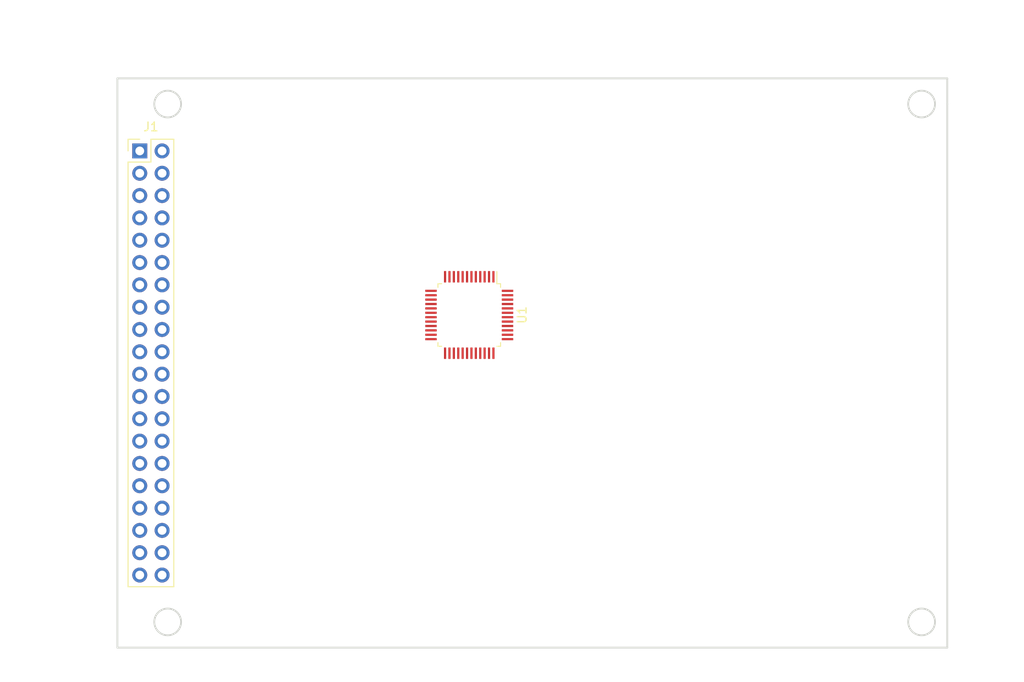
<source format=kicad_pcb>
(kicad_pcb (version 20171130) (host pcbnew 5.0.0)

  (general
    (thickness 1.6)
    (drawings 13)
    (tracks 0)
    (zones 0)
    (modules 2)
    (nets 75)
  )

  (page A4)
  (layers
    (0 F.Cu signal)
    (31 B.Cu signal)
    (32 B.Adhes user)
    (33 F.Adhes user)
    (34 B.Paste user)
    (35 F.Paste user)
    (36 B.SilkS user)
    (37 F.SilkS user)
    (38 B.Mask user)
    (39 F.Mask user)
    (40 Dwgs.User user)
    (41 Cmts.User user)
    (42 Eco1.User user)
    (43 Eco2.User user)
    (44 Edge.Cuts user)
    (45 Margin user)
    (46 B.CrtYd user)
    (47 F.CrtYd user)
    (48 B.Fab user)
    (49 F.Fab user)
  )

  (setup
    (last_trace_width 0.25)
    (trace_clearance 0.2)
    (zone_clearance 0.508)
    (zone_45_only no)
    (trace_min 0.2)
    (segment_width 0.2)
    (edge_width 0.2)
    (via_size 0.8)
    (via_drill 0.4)
    (via_min_size 0.4)
    (via_min_drill 0.3)
    (uvia_size 0.3)
    (uvia_drill 0.1)
    (uvias_allowed no)
    (uvia_min_size 0.2)
    (uvia_min_drill 0.1)
    (pcb_text_width 0.3)
    (pcb_text_size 1.5 1.5)
    (mod_edge_width 0.15)
    (mod_text_size 1 1)
    (mod_text_width 0.15)
    (pad_size 1.524 1.524)
    (pad_drill 0.762)
    (pad_to_mask_clearance 0.2)
    (aux_axis_origin 0 0)
    (visible_elements FFFFFF7F)
    (pcbplotparams
      (layerselection 0x010fc_ffffffff)
      (usegerberextensions false)
      (usegerberattributes false)
      (usegerberadvancedattributes false)
      (creategerberjobfile false)
      (excludeedgelayer true)
      (linewidth 0.100000)
      (plotframeref false)
      (viasonmask false)
      (mode 1)
      (useauxorigin false)
      (hpglpennumber 1)
      (hpglpenspeed 20)
      (hpglpendiameter 15.000000)
      (psnegative false)
      (psa4output false)
      (plotreference true)
      (plotvalue true)
      (plotinvisibletext false)
      (padsonsilk false)
      (subtractmaskfromsilk false)
      (outputformat 1)
      (mirror false)
      (drillshape 1)
      (scaleselection 1)
      (outputdirectory ""))
  )

  (net 0 "")
  (net 1 "Net-(U1-Pad1)")
  (net 2 "Net-(U1-Pad2)")
  (net 3 "Net-(U1-Pad3)")
  (net 4 "Net-(U1-Pad4)")
  (net 5 "Net-(U1-Pad5)")
  (net 6 "Net-(U1-Pad6)")
  (net 7 "Net-(U1-Pad7)")
  (net 8 "Net-(U1-Pad8)")
  (net 9 "Net-(U1-Pad9)")
  (net 10 /DB0)
  (net 11 /DB1)
  (net 12 /DB2)
  (net 13 /DB3)
  (net 14 /DB4)
  (net 15 /DB5)
  (net 16 /DB6)
  (net 17 /DB7)
  (net 18 "Net-(U1-Pad18)")
  (net 19 "Net-(U1-Pad19)")
  (net 20 "Net-(U1-Pad20)")
  (net 21 "Net-(U1-Pad21)")
  (net 22 "Net-(U1-Pad22)")
  (net 23 GNDD)
  (net 24 +3V3)
  (net 25 "Net-(U1-Pad25)")
  (net 26 "Net-(U1-Pad26)")
  (net 27 "Net-(U1-Pad27)")
  (net 28 "Net-(U1-Pad28)")
  (net 29 "Net-(U1-Pad29)")
  (net 30 "Net-(U1-Pad30)")
  (net 31 "Net-(U1-Pad31)")
  (net 32 "Net-(U1-Pad32)")
  (net 33 "Net-(U1-Pad33)")
  (net 34 "Net-(U1-Pad34)")
  (net 35 "Net-(U1-Pad37)")
  (net 36 "Net-(U1-Pad38)")
  (net 37 "Net-(U1-Pad39)")
  (net 38 "Net-(U1-Pad40)")
  (net 39 "Net-(U1-Pad41)")
  (net 40 "Net-(U1-Pad42)")
  (net 41 "Net-(U1-Pad43)")
  (net 42 "Net-(U1-Pad44)")
  (net 43 "Net-(U1-Pad45)")
  (net 44 "Net-(U1-Pad46)")
  (net 45 "Net-(J1-Pad3)")
  (net 46 /RS)
  (net 47 /WR)
  (net 48 /RD)
  (net 49 /DB8)
  (net 50 /DB9)
  (net 51 /DB10)
  (net 52 /DB11)
  (net 53 /DB12)
  (net 54 /DB13)
  (net 55 /DB14)
  (net 56 /DB15)
  (net 57 /CS)
  (net 58 /F_CS)
  (net 59 /REST)
  (net 60 "Net-(J1-Pad18)")
  (net 61 /LEDA)
  (net 62 "Net-(J1-Pad20)")
  (net 63 /T_CLK)
  (net 64 /T_CS)
  (net 65 /T_DIN)
  (net 66 "Net-(J1-Pad32)")
  (net 67 /T_DO)
  (net 68 /T_IRQ)
  (net 69 /SD_DO)
  (net 70 /SD_CLK)
  (net 71 /SD_DIN)
  (net 72 /SD_CS)
  (net 73 "Net-(J1-Pad39)")
  (net 74 "Net-(J1-Pad40)")

  (net_class Default "Это класс цепей по умолчанию."
    (clearance 0.2)
    (trace_width 0.25)
    (via_dia 0.8)
    (via_drill 0.4)
    (uvia_dia 0.3)
    (uvia_drill 0.1)
    (add_net +3V3)
    (add_net /CS)
    (add_net /DB0)
    (add_net /DB1)
    (add_net /DB10)
    (add_net /DB11)
    (add_net /DB12)
    (add_net /DB13)
    (add_net /DB14)
    (add_net /DB15)
    (add_net /DB2)
    (add_net /DB3)
    (add_net /DB4)
    (add_net /DB5)
    (add_net /DB6)
    (add_net /DB7)
    (add_net /DB8)
    (add_net /DB9)
    (add_net /F_CS)
    (add_net /LEDA)
    (add_net /RD)
    (add_net /REST)
    (add_net /RS)
    (add_net /SD_CLK)
    (add_net /SD_CS)
    (add_net /SD_DIN)
    (add_net /SD_DO)
    (add_net /T_CLK)
    (add_net /T_CS)
    (add_net /T_DIN)
    (add_net /T_DO)
    (add_net /T_IRQ)
    (add_net /WR)
    (add_net GNDD)
    (add_net "Net-(J1-Pad18)")
    (add_net "Net-(J1-Pad20)")
    (add_net "Net-(J1-Pad3)")
    (add_net "Net-(J1-Pad32)")
    (add_net "Net-(J1-Pad39)")
    (add_net "Net-(J1-Pad40)")
    (add_net "Net-(U1-Pad1)")
    (add_net "Net-(U1-Pad18)")
    (add_net "Net-(U1-Pad19)")
    (add_net "Net-(U1-Pad2)")
    (add_net "Net-(U1-Pad20)")
    (add_net "Net-(U1-Pad21)")
    (add_net "Net-(U1-Pad22)")
    (add_net "Net-(U1-Pad25)")
    (add_net "Net-(U1-Pad26)")
    (add_net "Net-(U1-Pad27)")
    (add_net "Net-(U1-Pad28)")
    (add_net "Net-(U1-Pad29)")
    (add_net "Net-(U1-Pad3)")
    (add_net "Net-(U1-Pad30)")
    (add_net "Net-(U1-Pad31)")
    (add_net "Net-(U1-Pad32)")
    (add_net "Net-(U1-Pad33)")
    (add_net "Net-(U1-Pad34)")
    (add_net "Net-(U1-Pad37)")
    (add_net "Net-(U1-Pad38)")
    (add_net "Net-(U1-Pad39)")
    (add_net "Net-(U1-Pad4)")
    (add_net "Net-(U1-Pad40)")
    (add_net "Net-(U1-Pad41)")
    (add_net "Net-(U1-Pad42)")
    (add_net "Net-(U1-Pad43)")
    (add_net "Net-(U1-Pad44)")
    (add_net "Net-(U1-Pad45)")
    (add_net "Net-(U1-Pad46)")
    (add_net "Net-(U1-Pad5)")
    (add_net "Net-(U1-Pad6)")
    (add_net "Net-(U1-Pad7)")
    (add_net "Net-(U1-Pad8)")
    (add_net "Net-(U1-Pad9)")
  )

  (module Package_QFP:LQFP-48_7x7mm_P0.5mm (layer F.Cu) (tedit 5A5E2375) (tstamp 5C0434AF)
    (at 174.625 99.949 270)
    (descr "48 LEAD LQFP 7x7mm (see MICREL LQFP7x7-48LD-PL-1.pdf)")
    (tags "QFP 0.5")
    (path /5C050C11)
    (attr smd)
    (fp_text reference U1 (at 0 -6 270) (layer F.SilkS)
      (effects (font (size 1 1) (thickness 0.15)))
    )
    (fp_text value STM32F103CBTx (at 0 6 270) (layer F.Fab)
      (effects (font (size 1 1) (thickness 0.15)))
    )
    (fp_line (start 3.13 3.75) (end 3.75 3.75) (layer F.CrtYd) (width 0.05))
    (fp_line (start 3.75 3.13) (end 3.75 3.75) (layer F.CrtYd) (width 0.05))
    (fp_line (start 3.13 5.25) (end 3.13 3.75) (layer F.CrtYd) (width 0.05))
    (fp_text user %R (at 0 0 270) (layer F.Fab)
      (effects (font (size 1 1) (thickness 0.15)))
    )
    (fp_line (start -2.5 -3.5) (end 3.5 -3.5) (layer F.Fab) (width 0.1))
    (fp_line (start 3.5 -3.5) (end 3.5 3.5) (layer F.Fab) (width 0.1))
    (fp_line (start 3.5 3.5) (end -3.5 3.5) (layer F.Fab) (width 0.1))
    (fp_line (start -3.5 3.5) (end -3.5 -2.5) (layer F.Fab) (width 0.1))
    (fp_line (start -3.5 -2.5) (end -2.5 -3.5) (layer F.Fab) (width 0.1))
    (fp_line (start -5.25 -3.13) (end -5.25 3.13) (layer F.CrtYd) (width 0.05))
    (fp_line (start 5.25 -3.13) (end 5.25 3.13) (layer F.CrtYd) (width 0.05))
    (fp_line (start -3.13 -5.25) (end 3.13 -5.25) (layer F.CrtYd) (width 0.05))
    (fp_line (start -3.13 5.25) (end 3.13 5.25) (layer F.CrtYd) (width 0.05))
    (fp_line (start 3.56 -3.56) (end 3.56 -3.14) (layer F.SilkS) (width 0.12))
    (fp_line (start 3.56 3.56) (end 3.56 3.14) (layer F.SilkS) (width 0.12))
    (fp_line (start -3.56 3.56) (end -3.56 3.14) (layer F.SilkS) (width 0.12))
    (fp_line (start -3.56 -3.56) (end -3.14 -3.56) (layer F.SilkS) (width 0.12))
    (fp_line (start 3.56 3.56) (end 3.14 3.56) (layer F.SilkS) (width 0.12))
    (fp_line (start 3.56 -3.56) (end 3.14 -3.56) (layer F.SilkS) (width 0.12))
    (fp_line (start -3.56 -3.14) (end -4.94 -3.14) (layer F.SilkS) (width 0.12))
    (fp_line (start -3.56 -3.56) (end -3.56 -3.14) (layer F.SilkS) (width 0.12))
    (fp_line (start -3.56 3.56) (end -3.14 3.56) (layer F.SilkS) (width 0.12))
    (fp_line (start 3.75 3.13) (end 5.25 3.13) (layer F.CrtYd) (width 0.05))
    (fp_line (start 3.75 -3.13) (end 5.25 -3.13) (layer F.CrtYd) (width 0.05))
    (fp_line (start 3.13 -3.75) (end 3.13 -5.25) (layer F.CrtYd) (width 0.05))
    (fp_line (start -3.13 -3.75) (end -3.13 -5.25) (layer F.CrtYd) (width 0.05))
    (fp_line (start -3.75 -3.13) (end -5.25 -3.13) (layer F.CrtYd) (width 0.05))
    (fp_line (start -3.75 3.13) (end -5.25 3.13) (layer F.CrtYd) (width 0.05))
    (fp_line (start -3.13 3.75) (end -3.13 5.25) (layer F.CrtYd) (width 0.05))
    (fp_line (start 3.13 -3.75) (end 3.75 -3.75) (layer F.CrtYd) (width 0.05))
    (fp_line (start 3.75 -3.13) (end 3.75 -3.75) (layer F.CrtYd) (width 0.05))
    (fp_line (start -3.75 3.13) (end -3.75 3.75) (layer F.CrtYd) (width 0.05))
    (fp_line (start -3.13 3.75) (end -3.75 3.75) (layer F.CrtYd) (width 0.05))
    (fp_line (start -3.75 -3.13) (end -3.75 -3.75) (layer F.CrtYd) (width 0.05))
    (fp_line (start -3.13 -3.75) (end -3.75 -3.75) (layer F.CrtYd) (width 0.05))
    (pad 1 smd rect (at -4.35 -2.75 270) (size 1.3 0.25) (layers F.Cu F.Paste F.Mask)
      (net 1 "Net-(U1-Pad1)"))
    (pad 2 smd rect (at -4.35 -2.25 270) (size 1.3 0.25) (layers F.Cu F.Paste F.Mask)
      (net 2 "Net-(U1-Pad2)"))
    (pad 3 smd rect (at -4.35 -1.75 270) (size 1.3 0.25) (layers F.Cu F.Paste F.Mask)
      (net 3 "Net-(U1-Pad3)"))
    (pad 4 smd rect (at -4.35 -1.25 270) (size 1.3 0.25) (layers F.Cu F.Paste F.Mask)
      (net 4 "Net-(U1-Pad4)"))
    (pad 5 smd rect (at -4.35 -0.75 270) (size 1.3 0.25) (layers F.Cu F.Paste F.Mask)
      (net 5 "Net-(U1-Pad5)"))
    (pad 6 smd rect (at -4.35 -0.25 270) (size 1.3 0.25) (layers F.Cu F.Paste F.Mask)
      (net 6 "Net-(U1-Pad6)"))
    (pad 7 smd rect (at -4.35 0.25 270) (size 1.3 0.25) (layers F.Cu F.Paste F.Mask)
      (net 7 "Net-(U1-Pad7)"))
    (pad 8 smd rect (at -4.35 0.75 270) (size 1.3 0.25) (layers F.Cu F.Paste F.Mask)
      (net 8 "Net-(U1-Pad8)"))
    (pad 9 smd rect (at -4.35 1.25 270) (size 1.3 0.25) (layers F.Cu F.Paste F.Mask)
      (net 9 "Net-(U1-Pad9)"))
    (pad 10 smd rect (at -4.35 1.75 270) (size 1.3 0.25) (layers F.Cu F.Paste F.Mask)
      (net 10 /DB0))
    (pad 11 smd rect (at -4.35 2.25 270) (size 1.3 0.25) (layers F.Cu F.Paste F.Mask)
      (net 11 /DB1))
    (pad 12 smd rect (at -4.35 2.75 270) (size 1.3 0.25) (layers F.Cu F.Paste F.Mask)
      (net 12 /DB2))
    (pad 13 smd rect (at -2.75 4.35) (size 1.3 0.25) (layers F.Cu F.Paste F.Mask)
      (net 13 /DB3))
    (pad 14 smd rect (at -2.25 4.35) (size 1.3 0.25) (layers F.Cu F.Paste F.Mask)
      (net 14 /DB4))
    (pad 15 smd rect (at -1.75 4.35) (size 1.3 0.25) (layers F.Cu F.Paste F.Mask)
      (net 15 /DB5))
    (pad 16 smd rect (at -1.25 4.35) (size 1.3 0.25) (layers F.Cu F.Paste F.Mask)
      (net 16 /DB6))
    (pad 17 smd rect (at -0.75 4.35) (size 1.3 0.25) (layers F.Cu F.Paste F.Mask)
      (net 17 /DB7))
    (pad 18 smd rect (at -0.25 4.35) (size 1.3 0.25) (layers F.Cu F.Paste F.Mask)
      (net 18 "Net-(U1-Pad18)"))
    (pad 19 smd rect (at 0.25 4.35) (size 1.3 0.25) (layers F.Cu F.Paste F.Mask)
      (net 19 "Net-(U1-Pad19)"))
    (pad 20 smd rect (at 0.75 4.35) (size 1.3 0.25) (layers F.Cu F.Paste F.Mask)
      (net 20 "Net-(U1-Pad20)"))
    (pad 21 smd rect (at 1.25 4.35) (size 1.3 0.25) (layers F.Cu F.Paste F.Mask)
      (net 21 "Net-(U1-Pad21)"))
    (pad 22 smd rect (at 1.75 4.35) (size 1.3 0.25) (layers F.Cu F.Paste F.Mask)
      (net 22 "Net-(U1-Pad22)"))
    (pad 23 smd rect (at 2.25 4.35) (size 1.3 0.25) (layers F.Cu F.Paste F.Mask)
      (net 23 GNDD))
    (pad 24 smd rect (at 2.75 4.35) (size 1.3 0.25) (layers F.Cu F.Paste F.Mask)
      (net 24 +3V3))
    (pad 25 smd rect (at 4.35 2.75 270) (size 1.3 0.25) (layers F.Cu F.Paste F.Mask)
      (net 25 "Net-(U1-Pad25)"))
    (pad 26 smd rect (at 4.35 2.25 270) (size 1.3 0.25) (layers F.Cu F.Paste F.Mask)
      (net 26 "Net-(U1-Pad26)"))
    (pad 27 smd rect (at 4.35 1.75 270) (size 1.3 0.25) (layers F.Cu F.Paste F.Mask)
      (net 27 "Net-(U1-Pad27)"))
    (pad 28 smd rect (at 4.35 1.25 270) (size 1.3 0.25) (layers F.Cu F.Paste F.Mask)
      (net 28 "Net-(U1-Pad28)"))
    (pad 29 smd rect (at 4.35 0.75 270) (size 1.3 0.25) (layers F.Cu F.Paste F.Mask)
      (net 29 "Net-(U1-Pad29)"))
    (pad 30 smd rect (at 4.35 0.25 270) (size 1.3 0.25) (layers F.Cu F.Paste F.Mask)
      (net 30 "Net-(U1-Pad30)"))
    (pad 31 smd rect (at 4.35 -0.25 270) (size 1.3 0.25) (layers F.Cu F.Paste F.Mask)
      (net 31 "Net-(U1-Pad31)"))
    (pad 32 smd rect (at 4.35 -0.75 270) (size 1.3 0.25) (layers F.Cu F.Paste F.Mask)
      (net 32 "Net-(U1-Pad32)"))
    (pad 33 smd rect (at 4.35 -1.25 270) (size 1.3 0.25) (layers F.Cu F.Paste F.Mask)
      (net 33 "Net-(U1-Pad33)"))
    (pad 34 smd rect (at 4.35 -1.75 270) (size 1.3 0.25) (layers F.Cu F.Paste F.Mask)
      (net 34 "Net-(U1-Pad34)"))
    (pad 35 smd rect (at 4.35 -2.25 270) (size 1.3 0.25) (layers F.Cu F.Paste F.Mask)
      (net 23 GNDD))
    (pad 36 smd rect (at 4.35 -2.75 270) (size 1.3 0.25) (layers F.Cu F.Paste F.Mask)
      (net 24 +3V3))
    (pad 37 smd rect (at 2.75 -4.35) (size 1.3 0.25) (layers F.Cu F.Paste F.Mask)
      (net 35 "Net-(U1-Pad37)"))
    (pad 38 smd rect (at 2.25 -4.35) (size 1.3 0.25) (layers F.Cu F.Paste F.Mask)
      (net 36 "Net-(U1-Pad38)"))
    (pad 39 smd rect (at 1.75 -4.35) (size 1.3 0.25) (layers F.Cu F.Paste F.Mask)
      (net 37 "Net-(U1-Pad39)"))
    (pad 40 smd rect (at 1.25 -4.35) (size 1.3 0.25) (layers F.Cu F.Paste F.Mask)
      (net 38 "Net-(U1-Pad40)"))
    (pad 41 smd rect (at 0.75 -4.35) (size 1.3 0.25) (layers F.Cu F.Paste F.Mask)
      (net 39 "Net-(U1-Pad41)"))
    (pad 42 smd rect (at 0.25 -4.35) (size 1.3 0.25) (layers F.Cu F.Paste F.Mask)
      (net 40 "Net-(U1-Pad42)"))
    (pad 43 smd rect (at -0.25 -4.35) (size 1.3 0.25) (layers F.Cu F.Paste F.Mask)
      (net 41 "Net-(U1-Pad43)"))
    (pad 44 smd rect (at -0.75 -4.35) (size 1.3 0.25) (layers F.Cu F.Paste F.Mask)
      (net 42 "Net-(U1-Pad44)"))
    (pad 45 smd rect (at -1.25 -4.35) (size 1.3 0.25) (layers F.Cu F.Paste F.Mask)
      (net 43 "Net-(U1-Pad45)"))
    (pad 46 smd rect (at -1.75 -4.35) (size 1.3 0.25) (layers F.Cu F.Paste F.Mask)
      (net 44 "Net-(U1-Pad46)"))
    (pad 47 smd rect (at -2.25 -4.35) (size 1.3 0.25) (layers F.Cu F.Paste F.Mask)
      (net 23 GNDD))
    (pad 48 smd rect (at -2.75 -4.35) (size 1.3 0.25) (layers F.Cu F.Paste F.Mask)
      (net 24 +3V3))
    (model ${KISYS3DMOD}/Package_QFP.3dshapes/LQFP-48_7x7mm_P0.5mm.wrl
      (at (xyz 0 0 0))
      (scale (xyz 1 1 1))
      (rotate (xyz 0 0 0))
    )
  )

  (module ampcontrol-f103:PinSocket_2x20_P2.54mm_Vertical_Top_Bottom (layer F.Cu) (tedit 5C0438D4) (tstamp 5C188BFC)
    (at 139.7 81.307414)
    (descr "Through hole straight socket strip, 2x20, 2.54mm pitch, double cols (from Kicad 4.0.7), script generated")
    (tags "Through hole socket strip THT 2x20 2.54mm double row")
    (path /5C047533)
    (fp_text reference J1 (at -1.27 -2.77) (layer F.SilkS)
      (effects (font (size 1 1) (thickness 0.15)))
    )
    (fp_text value Conn_LCD (at -1.27 51.03) (layer F.Fab)
      (effects (font (size 1 1) (thickness 0.15)))
    )
    (fp_text user %R (at -1.27 24.102586 90) (layer F.Fab)
      (effects (font (size 1 1) (thickness 0.15)))
    )
    (fp_line (start -4.34 50) (end -4.34 -1.8) (layer F.CrtYd) (width 0.05))
    (fp_line (start 1.76 50) (end -4.34 50) (layer F.CrtYd) (width 0.05))
    (fp_line (start 1.76 -1.8) (end 1.76 50) (layer F.CrtYd) (width 0.05))
    (fp_line (start -4.34 -1.8) (end 1.76 -1.8) (layer F.CrtYd) (width 0.05))
    (fp_line (start -2.54 -1.357414) (end -3.87 -1.357414) (layer F.SilkS) (width 0.12))
    (fp_line (start -3.87 -1.357414) (end -3.87 -0.027414) (layer F.SilkS) (width 0.12))
    (fp_line (start -1.27 -1.357414) (end -1.27 1.242586) (layer F.SilkS) (width 0.12))
    (fp_line (start -1.27 1.242586) (end -3.87 1.242586) (layer F.SilkS) (width 0.12))
    (fp_line (start -3.87 1.242586) (end -3.87 49.562586) (layer F.SilkS) (width 0.12))
    (fp_line (start 1.33 49.562586) (end -3.87 49.562586) (layer F.SilkS) (width 0.12))
    (fp_line (start 1.33 -1.357414) (end 1.33 49.562586) (layer F.SilkS) (width 0.12))
    (fp_line (start 1.33 -1.357414) (end -1.27 -1.357414) (layer F.SilkS) (width 0.12))
    (fp_line (start 1.27 49.502586) (end 1.27 -1.297414) (layer F.Fab) (width 0.1))
    (fp_line (start -3.81 49.502586) (end 1.27 49.502586) (layer F.Fab) (width 0.1))
    (fp_line (start -3.81 -0.297414) (end -3.81 49.502586) (layer F.Fab) (width 0.1))
    (fp_line (start -2.81 -1.297414) (end -3.81 -0.297414) (layer F.Fab) (width 0.1))
    (fp_line (start 1.27 -1.297414) (end -2.81 -1.297414) (layer F.Fab) (width 0.1))
    (pad 40 thru_hole oval (at 0 48.232586) (size 1.7 1.7) (drill 1) (layers *.Cu *.Mask)
      (net 74 "Net-(J1-Pad40)"))
    (pad 39 thru_hole oval (at 0 45.692586) (size 1.7 1.7) (drill 1) (layers *.Cu *.Mask)
      (net 73 "Net-(J1-Pad39)"))
    (pad 38 thru_hole oval (at 0 43.152586) (size 1.7 1.7) (drill 1) (layers *.Cu *.Mask)
      (net 72 /SD_CS))
    (pad 37 thru_hole oval (at 0 40.612586) (size 1.7 1.7) (drill 1) (layers *.Cu *.Mask)
      (net 71 /SD_DIN))
    (pad 36 thru_hole oval (at 0 38.072586) (size 1.7 1.7) (drill 1) (layers *.Cu *.Mask)
      (net 70 /SD_CLK))
    (pad 35 thru_hole oval (at 0 35.532586) (size 1.7 1.7) (drill 1) (layers *.Cu *.Mask)
      (net 69 /SD_DO))
    (pad 34 thru_hole oval (at 0 32.992586) (size 1.7 1.7) (drill 1) (layers *.Cu *.Mask)
      (net 68 /T_IRQ))
    (pad 33 thru_hole oval (at 0 30.452586) (size 1.7 1.7) (drill 1) (layers *.Cu *.Mask)
      (net 67 /T_DO))
    (pad 32 thru_hole oval (at 0 27.912586) (size 1.7 1.7) (drill 1) (layers *.Cu *.Mask)
      (net 66 "Net-(J1-Pad32)"))
    (pad 31 thru_hole oval (at 0 25.372586) (size 1.7 1.7) (drill 1) (layers *.Cu *.Mask)
      (net 65 /T_DIN))
    (pad 30 thru_hole oval (at 0 22.832586) (size 1.7 1.7) (drill 1) (layers *.Cu *.Mask)
      (net 64 /T_CS))
    (pad 29 thru_hole oval (at 0 20.292586) (size 1.7 1.7) (drill 1) (layers *.Cu *.Mask)
      (net 63 /T_CLK))
    (pad 28 thru_hole oval (at 0 17.752586) (size 1.7 1.7) (drill 1) (layers *.Cu *.Mask)
      (net 17 /DB7))
    (pad 27 thru_hole oval (at 0 15.212586) (size 1.7 1.7) (drill 1) (layers *.Cu *.Mask)
      (net 16 /DB6))
    (pad 26 thru_hole oval (at 0 12.672586) (size 1.7 1.7) (drill 1) (layers *.Cu *.Mask)
      (net 15 /DB5))
    (pad 25 thru_hole oval (at 0 10.132586) (size 1.7 1.7) (drill 1) (layers *.Cu *.Mask)
      (net 14 /DB4))
    (pad 24 thru_hole oval (at 0 7.592586) (size 1.7 1.7) (drill 1) (layers *.Cu *.Mask)
      (net 13 /DB3))
    (pad 23 thru_hole oval (at 0 5.052586) (size 1.7 1.7) (drill 1) (layers *.Cu *.Mask)
      (net 12 /DB2))
    (pad 22 thru_hole oval (at 0 2.512586) (size 1.7 1.7) (drill 1) (layers *.Cu *.Mask)
      (net 11 /DB1))
    (pad 21 thru_hole oval (at 0 -0.027414) (size 1.7 1.7) (drill 1) (layers *.Cu *.Mask)
      (net 10 /DB0))
    (pad 20 thru_hole oval (at -2.54 48.232586) (size 1.7 1.7) (drill 1) (layers *.Cu *.Mask)
      (net 62 "Net-(J1-Pad20)"))
    (pad 19 thru_hole oval (at -2.54 45.692586) (size 1.7 1.7) (drill 1) (layers *.Cu *.Mask)
      (net 61 /LEDA))
    (pad 18 thru_hole oval (at -2.54 43.152586) (size 1.7 1.7) (drill 1) (layers *.Cu *.Mask)
      (net 60 "Net-(J1-Pad18)"))
    (pad 17 thru_hole oval (at -2.54 40.612586) (size 1.7 1.7) (drill 1) (layers *.Cu *.Mask)
      (net 59 /REST))
    (pad 16 thru_hole oval (at -2.54 38.072586) (size 1.7 1.7) (drill 1) (layers *.Cu *.Mask)
      (net 58 /F_CS))
    (pad 15 thru_hole oval (at -2.54 35.532586) (size 1.7 1.7) (drill 1) (layers *.Cu *.Mask)
      (net 57 /CS))
    (pad 14 thru_hole oval (at -2.54 32.992586) (size 1.7 1.7) (drill 1) (layers *.Cu *.Mask)
      (net 56 /DB15))
    (pad 13 thru_hole oval (at -2.54 30.452586) (size 1.7 1.7) (drill 1) (layers *.Cu *.Mask)
      (net 55 /DB14))
    (pad 12 thru_hole oval (at -2.54 27.912586) (size 1.7 1.7) (drill 1) (layers *.Cu *.Mask)
      (net 54 /DB13))
    (pad 11 thru_hole oval (at -2.54 25.372586) (size 1.7 1.7) (drill 1) (layers *.Cu *.Mask)
      (net 53 /DB12))
    (pad 10 thru_hole oval (at -2.54 22.832586) (size 1.7 1.7) (drill 1) (layers *.Cu *.Mask)
      (net 52 /DB11))
    (pad 9 thru_hole oval (at -2.54 20.292586) (size 1.7 1.7) (drill 1) (layers *.Cu *.Mask)
      (net 51 /DB10))
    (pad 8 thru_hole oval (at -2.54 17.752586) (size 1.7 1.7) (drill 1) (layers *.Cu *.Mask)
      (net 50 /DB9))
    (pad 7 thru_hole oval (at -2.54 15.212586) (size 1.7 1.7) (drill 1) (layers *.Cu *.Mask)
      (net 49 /DB8))
    (pad 6 thru_hole oval (at -2.54 12.672586) (size 1.7 1.7) (drill 1) (layers *.Cu *.Mask)
      (net 48 /RD))
    (pad 5 thru_hole oval (at -2.54 10.132586) (size 1.7 1.7) (drill 1) (layers *.Cu *.Mask)
      (net 47 /WR))
    (pad 4 thru_hole oval (at -2.54 7.592586) (size 1.7 1.7) (drill 1) (layers *.Cu *.Mask)
      (net 46 /RS))
    (pad 3 thru_hole oval (at -2.54 5.052586) (size 1.7 1.7) (drill 1) (layers *.Cu *.Mask)
      (net 45 "Net-(J1-Pad3)"))
    (pad 2 thru_hole oval (at -2.54 2.512586) (size 1.7 1.7) (drill 1) (layers *.Cu *.Mask)
      (net 24 +3V3))
    (pad 1 thru_hole rect (at -2.54 -0.027414) (size 1.7 1.7) (drill 1) (layers *.Cu *.Mask)
      (net 23 GNDD))
    (model ${KISYS3DMOD}/Connector_PinSocket_2.54mm.3dshapes/PinSocket_2x20_P2.54mm_Vertical.wrl
      (at (xyz 0 0 0))
      (scale (xyz 1 1 1))
      (rotate (xyz 0 0 0))
    )
  )

  (dimension 94.361 (width 0.3) (layer Dwgs.User)
    (gr_text "94,361 мм" (at 181.8005 143.07) (layer Dwgs.User)
      (effects (font (size 1.5 1.5) (thickness 0.3)))
    )
    (feature1 (pts (xy 228.981 137.795) (xy 228.981 141.556421)))
    (feature2 (pts (xy 134.62 137.795) (xy 134.62 141.556421)))
    (crossbar (pts (xy 134.62 140.97) (xy 228.981 140.97)))
    (arrow1a (pts (xy 228.981 140.97) (xy 227.854496 141.556421)))
    (arrow1b (pts (xy 228.981 140.97) (xy 227.854496 140.383579)))
    (arrow2a (pts (xy 134.62 140.97) (xy 135.746504 141.556421)))
    (arrow2b (pts (xy 134.62 140.97) (xy 135.746504 140.383579)))
  )
  (gr_line (start 228.981 73.025) (end 134.62 73.025) (layer Edge.Cuts) (width 0.2))
  (gr_line (start 228.981 75.946) (end 228.981 73.025) (layer Edge.Cuts) (width 0.2))
  (gr_line (start 228.981 137.795) (end 228.981 75.946) (layer Edge.Cuts) (width 0.2))
  (gr_line (start 134.62 137.795) (end 228.981 137.795) (layer Edge.Cuts) (width 0.2))
  (dimension 64.77 (width 0.3) (layer Dwgs.User)
    (gr_text "64,770 мм" (at 126.805 105.41 270) (layer Dwgs.User)
      (effects (font (size 1.5 1.5) (thickness 0.3)))
    )
    (feature1 (pts (xy 134.62 137.795) (xy 128.318579 137.795)))
    (feature2 (pts (xy 134.62 73.025) (xy 128.318579 73.025)))
    (crossbar (pts (xy 128.905 73.025) (xy 128.905 137.795)))
    (arrow1a (pts (xy 128.905 137.795) (xy 128.318579 136.668496)))
    (arrow1b (pts (xy 128.905 137.795) (xy 129.491421 136.668496)))
    (arrow2a (pts (xy 128.905 73.025) (xy 128.318579 74.151504)))
    (arrow2b (pts (xy 128.905 73.025) (xy 129.491421 74.151504)))
  )
  (gr_line (start 134.62 73.025) (end 134.62 137.795) (layer Edge.Cuts) (width 0.2))
  (dimension 58.928 (width 0.3) (layer Dwgs.User)
    (gr_text "58,928 мм" (at 235.78 105.41 270) (layer Dwgs.User)
      (effects (font (size 1.5 1.5) (thickness 0.3)))
    )
    (feature1 (pts (xy 226.06 134.874) (xy 234.266421 134.874)))
    (feature2 (pts (xy 226.06 75.946) (xy 234.266421 75.946)))
    (crossbar (pts (xy 233.68 75.946) (xy 233.68 134.874)))
    (arrow1a (pts (xy 233.68 134.874) (xy 233.093579 133.747496)))
    (arrow1b (pts (xy 233.68 134.874) (xy 234.266421 133.747496)))
    (arrow2a (pts (xy 233.68 75.946) (xy 233.093579 77.072504)))
    (arrow2b (pts (xy 233.68 75.946) (xy 234.266421 77.072504)))
  )
  (dimension 85.725 (width 0.3) (layer Dwgs.User)
    (gr_text "85,725 мм" (at 183.1975 65.21) (layer Dwgs.User)
      (effects (font (size 1.5 1.5) (thickness 0.3)))
    )
    (feature1 (pts (xy 226.06 75.946) (xy 226.06 66.723579)))
    (feature2 (pts (xy 140.335 75.946) (xy 140.335 66.723579)))
    (crossbar (pts (xy 140.335 67.31) (xy 226.06 67.31)))
    (arrow1a (pts (xy 226.06 67.31) (xy 224.933496 67.896421)))
    (arrow1b (pts (xy 226.06 67.31) (xy 224.933496 66.723579)))
    (arrow2a (pts (xy 140.335 67.31) (xy 141.461504 67.896421)))
    (arrow2b (pts (xy 140.335 67.31) (xy 141.461504 66.723579)))
  )
  (gr_circle (center 226.06 134.874) (end 224.536 134.874) (layer Edge.Cuts) (width 0.2))
  (gr_circle (center 226.06 75.946) (end 227.584 75.946) (layer Edge.Cuts) (width 0.2))
  (gr_circle (center 140.335 134.874) (end 141.859 134.874) (layer Edge.Cuts) (width 0.2))
  (gr_circle (center 140.335 75.946) (end 141.859 75.946) (layer Edge.Cuts) (width 0.2))

)

</source>
